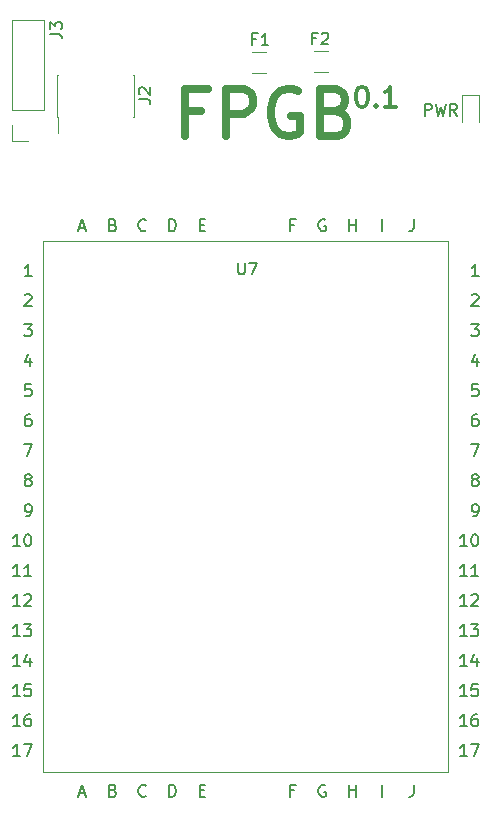
<source format=gbr>
G04 #@! TF.GenerationSoftware,KiCad,Pcbnew,(5.1.5-rc2)*
G04 #@! TF.CreationDate,2020-01-23T16:56:21-08:00*
G04 #@! TF.ProjectId,fpgb,66706762-2e6b-4696-9361-645f70636258,0.1*
G04 #@! TF.SameCoordinates,Original*
G04 #@! TF.FileFunction,Legend,Top*
G04 #@! TF.FilePolarity,Positive*
%FSLAX46Y46*%
G04 Gerber Fmt 4.6, Leading zero omitted, Abs format (unit mm)*
G04 Created by KiCad (PCBNEW (5.1.5-rc2)) date 2020-01-23 16:56:21*
%MOMM*%
%LPD*%
G04 APERTURE LIST*
%ADD10C,0.300000*%
%ADD11C,0.700000*%
%ADD12C,0.120000*%
%ADD13C,0.150000*%
G04 APERTURE END LIST*
D10*
X128498761Y-49678547D02*
X128660666Y-49678547D01*
X128822571Y-49759500D01*
X128903523Y-49840452D01*
X128984476Y-50002357D01*
X129065428Y-50326166D01*
X129065428Y-50730928D01*
X128984476Y-51054738D01*
X128903523Y-51216642D01*
X128822571Y-51297595D01*
X128660666Y-51378547D01*
X128498761Y-51378547D01*
X128336857Y-51297595D01*
X128255904Y-51216642D01*
X128174952Y-51054738D01*
X128094000Y-50730928D01*
X128094000Y-50326166D01*
X128174952Y-50002357D01*
X128255904Y-49840452D01*
X128336857Y-49759500D01*
X128498761Y-49678547D01*
X129794000Y-51216642D02*
X129874952Y-51297595D01*
X129794000Y-51378547D01*
X129713047Y-51297595D01*
X129794000Y-51216642D01*
X129794000Y-51378547D01*
X131494000Y-51378547D02*
X130522571Y-51378547D01*
X131008285Y-51378547D02*
X131008285Y-49678547D01*
X130846380Y-49921404D01*
X130684476Y-50083309D01*
X130522571Y-50164261D01*
D11*
X114967428Y-51784285D02*
X113634095Y-51784285D01*
X113634095Y-53879523D02*
X113634095Y-49879523D01*
X115538857Y-49879523D01*
X117062666Y-53879523D02*
X117062666Y-49879523D01*
X118586476Y-49879523D01*
X118967428Y-50070000D01*
X119157904Y-50260476D01*
X119348380Y-50641428D01*
X119348380Y-51212857D01*
X119157904Y-51593809D01*
X118967428Y-51784285D01*
X118586476Y-51974761D01*
X117062666Y-51974761D01*
X123157904Y-50070000D02*
X122776952Y-49879523D01*
X122205523Y-49879523D01*
X121634095Y-50070000D01*
X121253142Y-50450952D01*
X121062666Y-50831904D01*
X120872190Y-51593809D01*
X120872190Y-52165238D01*
X121062666Y-52927142D01*
X121253142Y-53308095D01*
X121634095Y-53689047D01*
X122205523Y-53879523D01*
X122586476Y-53879523D01*
X123157904Y-53689047D01*
X123348380Y-53498571D01*
X123348380Y-52165238D01*
X122586476Y-52165238D01*
X126396000Y-51784285D02*
X126967428Y-51974761D01*
X127157904Y-52165238D01*
X127348380Y-52546190D01*
X127348380Y-53117619D01*
X127157904Y-53498571D01*
X126967428Y-53689047D01*
X126586476Y-53879523D01*
X125062666Y-53879523D01*
X125062666Y-49879523D01*
X126396000Y-49879523D01*
X126776952Y-50070000D01*
X126967428Y-50260476D01*
X127157904Y-50641428D01*
X127157904Y-51022380D01*
X126967428Y-51403333D01*
X126776952Y-51593809D01*
X126396000Y-51784285D01*
X125062666Y-51784285D01*
D12*
X101600000Y-107746337D02*
X101600000Y-62738000D01*
X135890000Y-107746337D02*
X101600000Y-107746337D01*
X135890000Y-62738000D02*
X135890000Y-107746337D01*
X101600000Y-62738000D02*
X135890000Y-62738000D01*
X109215000Y-48717500D02*
X109280000Y-48717500D01*
X109215000Y-52247500D02*
X109280000Y-52247500D01*
X102810000Y-48717500D02*
X102875000Y-48717500D01*
X102810000Y-52247500D02*
X102875000Y-52247500D01*
X102875000Y-53572500D02*
X102875000Y-52247500D01*
X109280000Y-52247500D02*
X109280000Y-48717500D01*
X102810000Y-52247500D02*
X102810000Y-48717500D01*
X124492936Y-48471500D02*
X125697064Y-48471500D01*
X124492936Y-46651500D02*
X125697064Y-46651500D01*
X119285936Y-48535000D02*
X120490064Y-48535000D01*
X119285936Y-46715000D02*
X120490064Y-46715000D01*
X100330000Y-54289000D02*
X99000000Y-54289000D01*
X99000000Y-54289000D02*
X99000000Y-52959000D01*
X99000000Y-51689000D02*
X99000000Y-44009000D01*
X101660000Y-44009000D02*
X99000000Y-44009000D01*
X101660000Y-51689000D02*
X101660000Y-44009000D01*
X101660000Y-51689000D02*
X99000000Y-51689000D01*
X137060000Y-50394500D02*
X137060000Y-52679500D01*
X138530000Y-50394500D02*
X137060000Y-50394500D01*
X138530000Y-52679500D02*
X138530000Y-50394500D01*
D13*
X118105015Y-64588140D02*
X118105015Y-65397664D01*
X118152634Y-65492902D01*
X118200253Y-65540521D01*
X118295491Y-65588140D01*
X118485967Y-65588140D01*
X118581205Y-65540521D01*
X118628824Y-65492902D01*
X118676443Y-65397664D01*
X118676443Y-64588140D01*
X119057396Y-64588140D02*
X119724062Y-64588140D01*
X119295491Y-65588140D01*
X99631523Y-91130380D02*
X99060095Y-91130380D01*
X99345809Y-91130380D02*
X99345809Y-90130380D01*
X99250571Y-90273238D01*
X99155333Y-90368476D01*
X99060095Y-90416095D01*
X100583904Y-91130380D02*
X100012476Y-91130380D01*
X100298190Y-91130380D02*
X100298190Y-90130380D01*
X100202952Y-90273238D01*
X100107714Y-90368476D01*
X100012476Y-90416095D01*
X99631523Y-88590380D02*
X99060095Y-88590380D01*
X99345809Y-88590380D02*
X99345809Y-87590380D01*
X99250571Y-87733238D01*
X99155333Y-87828476D01*
X99060095Y-87876095D01*
X100250571Y-87590380D02*
X100345809Y-87590380D01*
X100441047Y-87638000D01*
X100488666Y-87685619D01*
X100536285Y-87780857D01*
X100583904Y-87971333D01*
X100583904Y-88209428D01*
X100536285Y-88399904D01*
X100488666Y-88495142D01*
X100441047Y-88542761D01*
X100345809Y-88590380D01*
X100250571Y-88590380D01*
X100155333Y-88542761D01*
X100107714Y-88495142D01*
X100060095Y-88399904D01*
X100012476Y-88209428D01*
X100012476Y-87971333D01*
X100060095Y-87780857D01*
X100107714Y-87685619D01*
X100155333Y-87638000D01*
X100250571Y-87590380D01*
X100139523Y-86050380D02*
X100330000Y-86050380D01*
X100425238Y-86002761D01*
X100472857Y-85955142D01*
X100568095Y-85812285D01*
X100615714Y-85621809D01*
X100615714Y-85240857D01*
X100568095Y-85145619D01*
X100520476Y-85098000D01*
X100425238Y-85050380D01*
X100234761Y-85050380D01*
X100139523Y-85098000D01*
X100091904Y-85145619D01*
X100044285Y-85240857D01*
X100044285Y-85478952D01*
X100091904Y-85574190D01*
X100139523Y-85621809D01*
X100234761Y-85669428D01*
X100425238Y-85669428D01*
X100520476Y-85621809D01*
X100568095Y-85574190D01*
X100615714Y-85478952D01*
X100234761Y-82938952D02*
X100139523Y-82891333D01*
X100091904Y-82843714D01*
X100044285Y-82748476D01*
X100044285Y-82700857D01*
X100091904Y-82605619D01*
X100139523Y-82558000D01*
X100234761Y-82510380D01*
X100425238Y-82510380D01*
X100520476Y-82558000D01*
X100568095Y-82605619D01*
X100615714Y-82700857D01*
X100615714Y-82748476D01*
X100568095Y-82843714D01*
X100520476Y-82891333D01*
X100425238Y-82938952D01*
X100234761Y-82938952D01*
X100139523Y-82986571D01*
X100091904Y-83034190D01*
X100044285Y-83129428D01*
X100044285Y-83319904D01*
X100091904Y-83415142D01*
X100139523Y-83462761D01*
X100234761Y-83510380D01*
X100425238Y-83510380D01*
X100520476Y-83462761D01*
X100568095Y-83415142D01*
X100615714Y-83319904D01*
X100615714Y-83129428D01*
X100568095Y-83034190D01*
X100520476Y-82986571D01*
X100425238Y-82938952D01*
X99996666Y-79970380D02*
X100663333Y-79970380D01*
X100234761Y-80970380D01*
X100520476Y-77430380D02*
X100330000Y-77430380D01*
X100234761Y-77478000D01*
X100187142Y-77525619D01*
X100091904Y-77668476D01*
X100044285Y-77858952D01*
X100044285Y-78239904D01*
X100091904Y-78335142D01*
X100139523Y-78382761D01*
X100234761Y-78430380D01*
X100425238Y-78430380D01*
X100520476Y-78382761D01*
X100568095Y-78335142D01*
X100615714Y-78239904D01*
X100615714Y-78001809D01*
X100568095Y-77906571D01*
X100520476Y-77858952D01*
X100425238Y-77811333D01*
X100234761Y-77811333D01*
X100139523Y-77858952D01*
X100091904Y-77906571D01*
X100044285Y-78001809D01*
X100568095Y-74890380D02*
X100091904Y-74890380D01*
X100044285Y-75366571D01*
X100091904Y-75318952D01*
X100187142Y-75271333D01*
X100425238Y-75271333D01*
X100520476Y-75318952D01*
X100568095Y-75366571D01*
X100615714Y-75461809D01*
X100615714Y-75699904D01*
X100568095Y-75795142D01*
X100520476Y-75842761D01*
X100425238Y-75890380D01*
X100187142Y-75890380D01*
X100091904Y-75842761D01*
X100044285Y-75795142D01*
X99631523Y-93670380D02*
X99060095Y-93670380D01*
X99345809Y-93670380D02*
X99345809Y-92670380D01*
X99250571Y-92813238D01*
X99155333Y-92908476D01*
X99060095Y-92956095D01*
X100012476Y-92765619D02*
X100060095Y-92718000D01*
X100155333Y-92670380D01*
X100393428Y-92670380D01*
X100488666Y-92718000D01*
X100536285Y-92765619D01*
X100583904Y-92860857D01*
X100583904Y-92956095D01*
X100536285Y-93098952D01*
X99964857Y-93670380D01*
X100583904Y-93670380D01*
X99631523Y-96210380D02*
X99060095Y-96210380D01*
X99345809Y-96210380D02*
X99345809Y-95210380D01*
X99250571Y-95353238D01*
X99155333Y-95448476D01*
X99060095Y-95496095D01*
X99964857Y-95210380D02*
X100583904Y-95210380D01*
X100250571Y-95591333D01*
X100393428Y-95591333D01*
X100488666Y-95638952D01*
X100536285Y-95686571D01*
X100583904Y-95781809D01*
X100583904Y-96019904D01*
X100536285Y-96115142D01*
X100488666Y-96162761D01*
X100393428Y-96210380D01*
X100107714Y-96210380D01*
X100012476Y-96162761D01*
X99964857Y-96115142D01*
X99631523Y-98750380D02*
X99060095Y-98750380D01*
X99345809Y-98750380D02*
X99345809Y-97750380D01*
X99250571Y-97893238D01*
X99155333Y-97988476D01*
X99060095Y-98036095D01*
X100488666Y-98083714D02*
X100488666Y-98750380D01*
X100250571Y-97702761D02*
X100012476Y-98417047D01*
X100631523Y-98417047D01*
X99631523Y-101290380D02*
X99060095Y-101290380D01*
X99345809Y-101290380D02*
X99345809Y-100290380D01*
X99250571Y-100433238D01*
X99155333Y-100528476D01*
X99060095Y-100576095D01*
X100536285Y-100290380D02*
X100060095Y-100290380D01*
X100012476Y-100766571D01*
X100060095Y-100718952D01*
X100155333Y-100671333D01*
X100393428Y-100671333D01*
X100488666Y-100718952D01*
X100536285Y-100766571D01*
X100583904Y-100861809D01*
X100583904Y-101099904D01*
X100536285Y-101195142D01*
X100488666Y-101242761D01*
X100393428Y-101290380D01*
X100155333Y-101290380D01*
X100060095Y-101242761D01*
X100012476Y-101195142D01*
X99631523Y-103830380D02*
X99060095Y-103830380D01*
X99345809Y-103830380D02*
X99345809Y-102830380D01*
X99250571Y-102973238D01*
X99155333Y-103068476D01*
X99060095Y-103116095D01*
X100488666Y-102830380D02*
X100298190Y-102830380D01*
X100202952Y-102878000D01*
X100155333Y-102925619D01*
X100060095Y-103068476D01*
X100012476Y-103258952D01*
X100012476Y-103639904D01*
X100060095Y-103735142D01*
X100107714Y-103782761D01*
X100202952Y-103830380D01*
X100393428Y-103830380D01*
X100488666Y-103782761D01*
X100536285Y-103735142D01*
X100583904Y-103639904D01*
X100583904Y-103401809D01*
X100536285Y-103306571D01*
X100488666Y-103258952D01*
X100393428Y-103211333D01*
X100202952Y-103211333D01*
X100107714Y-103258952D01*
X100060095Y-103306571D01*
X100012476Y-103401809D01*
X100520476Y-72683714D02*
X100520476Y-73350380D01*
X100282380Y-72302761D02*
X100044285Y-73017047D01*
X100663333Y-73017047D01*
X99996666Y-69810380D02*
X100615714Y-69810380D01*
X100282380Y-70191333D01*
X100425238Y-70191333D01*
X100520476Y-70238952D01*
X100568095Y-70286571D01*
X100615714Y-70381809D01*
X100615714Y-70619904D01*
X100568095Y-70715142D01*
X100520476Y-70762761D01*
X100425238Y-70810380D01*
X100139523Y-70810380D01*
X100044285Y-70762761D01*
X99996666Y-70715142D01*
X100044285Y-67365619D02*
X100091904Y-67318000D01*
X100187142Y-67270380D01*
X100425238Y-67270380D01*
X100520476Y-67318000D01*
X100568095Y-67365619D01*
X100615714Y-67460857D01*
X100615714Y-67556095D01*
X100568095Y-67698952D01*
X99996666Y-68270380D01*
X100615714Y-68270380D01*
X122824857Y-61396571D02*
X122491523Y-61396571D01*
X122491523Y-61920380D02*
X122491523Y-60920380D01*
X122967714Y-60920380D01*
X125483904Y-60968000D02*
X125388666Y-60920380D01*
X125245809Y-60920380D01*
X125102952Y-60968000D01*
X125007714Y-61063238D01*
X124960095Y-61158476D01*
X124912476Y-61348952D01*
X124912476Y-61491809D01*
X124960095Y-61682285D01*
X125007714Y-61777523D01*
X125102952Y-61872761D01*
X125245809Y-61920380D01*
X125341047Y-61920380D01*
X125483904Y-61872761D01*
X125531523Y-61825142D01*
X125531523Y-61491809D01*
X125341047Y-61491809D01*
X127476285Y-61920380D02*
X127476285Y-60920380D01*
X127476285Y-61396571D02*
X128047714Y-61396571D01*
X128047714Y-61920380D02*
X128047714Y-60920380D01*
X130302000Y-61920380D02*
X130302000Y-60920380D01*
X114847714Y-61396571D02*
X115181047Y-61396571D01*
X115323904Y-61920380D02*
X114847714Y-61920380D01*
X114847714Y-60920380D01*
X115323904Y-60920380D01*
X112260095Y-61920380D02*
X112260095Y-60920380D01*
X112498190Y-60920380D01*
X112641047Y-60968000D01*
X112736285Y-61063238D01*
X112783904Y-61158476D01*
X112831523Y-61348952D01*
X112831523Y-61491809D01*
X112783904Y-61682285D01*
X112736285Y-61777523D01*
X112641047Y-61872761D01*
X112498190Y-61920380D01*
X112260095Y-61920380D01*
X110291523Y-61825142D02*
X110243904Y-61872761D01*
X110101047Y-61920380D01*
X110005809Y-61920380D01*
X109862952Y-61872761D01*
X109767714Y-61777523D01*
X109720095Y-61682285D01*
X109672476Y-61491809D01*
X109672476Y-61348952D01*
X109720095Y-61158476D01*
X109767714Y-61063238D01*
X109862952Y-60968000D01*
X110005809Y-60920380D01*
X110101047Y-60920380D01*
X110243904Y-60968000D01*
X110291523Y-61015619D01*
X107513428Y-61396571D02*
X107656285Y-61444190D01*
X107703904Y-61491809D01*
X107751523Y-61587047D01*
X107751523Y-61729904D01*
X107703904Y-61825142D01*
X107656285Y-61872761D01*
X107561047Y-61920380D01*
X107180095Y-61920380D01*
X107180095Y-60920380D01*
X107513428Y-60920380D01*
X107608666Y-60968000D01*
X107656285Y-61015619D01*
X107703904Y-61110857D01*
X107703904Y-61206095D01*
X107656285Y-61301333D01*
X107608666Y-61348952D01*
X107513428Y-61396571D01*
X107180095Y-61396571D01*
X132984857Y-60920380D02*
X132984857Y-61634666D01*
X132937238Y-61777523D01*
X132842000Y-61872761D01*
X132699142Y-61920380D01*
X132603904Y-61920380D01*
X104663904Y-61634666D02*
X105140095Y-61634666D01*
X104568666Y-61920380D02*
X104902000Y-60920380D01*
X105235333Y-61920380D01*
X99631523Y-106370380D02*
X99060095Y-106370380D01*
X99345809Y-106370380D02*
X99345809Y-105370380D01*
X99250571Y-105513238D01*
X99155333Y-105608476D01*
X99060095Y-105656095D01*
X99964857Y-105370380D02*
X100631523Y-105370380D01*
X100202952Y-106370380D01*
X100615714Y-65730380D02*
X100044285Y-65730380D01*
X100330000Y-65730380D02*
X100330000Y-64730380D01*
X100234761Y-64873238D01*
X100139523Y-64968476D01*
X100044285Y-65016095D01*
X138461714Y-65730380D02*
X137890285Y-65730380D01*
X138176000Y-65730380D02*
X138176000Y-64730380D01*
X138080761Y-64873238D01*
X137985523Y-64968476D01*
X137890285Y-65016095D01*
X137477523Y-106370380D02*
X136906095Y-106370380D01*
X137191809Y-106370380D02*
X137191809Y-105370380D01*
X137096571Y-105513238D01*
X137001333Y-105608476D01*
X136906095Y-105656095D01*
X137810857Y-105370380D02*
X138477523Y-105370380D01*
X138048952Y-106370380D01*
X137890285Y-67365619D02*
X137937904Y-67318000D01*
X138033142Y-67270380D01*
X138271238Y-67270380D01*
X138366476Y-67318000D01*
X138414095Y-67365619D01*
X138461714Y-67460857D01*
X138461714Y-67556095D01*
X138414095Y-67698952D01*
X137842666Y-68270380D01*
X138461714Y-68270380D01*
X137842666Y-69810380D02*
X138461714Y-69810380D01*
X138128380Y-70191333D01*
X138271238Y-70191333D01*
X138366476Y-70238952D01*
X138414095Y-70286571D01*
X138461714Y-70381809D01*
X138461714Y-70619904D01*
X138414095Y-70715142D01*
X138366476Y-70762761D01*
X138271238Y-70810380D01*
X137985523Y-70810380D01*
X137890285Y-70762761D01*
X137842666Y-70715142D01*
X138366476Y-72683714D02*
X138366476Y-73350380D01*
X138128380Y-72302761D02*
X137890285Y-73017047D01*
X138509333Y-73017047D01*
X137477523Y-103830380D02*
X136906095Y-103830380D01*
X137191809Y-103830380D02*
X137191809Y-102830380D01*
X137096571Y-102973238D01*
X137001333Y-103068476D01*
X136906095Y-103116095D01*
X138334666Y-102830380D02*
X138144190Y-102830380D01*
X138048952Y-102878000D01*
X138001333Y-102925619D01*
X137906095Y-103068476D01*
X137858476Y-103258952D01*
X137858476Y-103639904D01*
X137906095Y-103735142D01*
X137953714Y-103782761D01*
X138048952Y-103830380D01*
X138239428Y-103830380D01*
X138334666Y-103782761D01*
X138382285Y-103735142D01*
X138429904Y-103639904D01*
X138429904Y-103401809D01*
X138382285Y-103306571D01*
X138334666Y-103258952D01*
X138239428Y-103211333D01*
X138048952Y-103211333D01*
X137953714Y-103258952D01*
X137906095Y-103306571D01*
X137858476Y-103401809D01*
X137477523Y-101290380D02*
X136906095Y-101290380D01*
X137191809Y-101290380D02*
X137191809Y-100290380D01*
X137096571Y-100433238D01*
X137001333Y-100528476D01*
X136906095Y-100576095D01*
X138382285Y-100290380D02*
X137906095Y-100290380D01*
X137858476Y-100766571D01*
X137906095Y-100718952D01*
X138001333Y-100671333D01*
X138239428Y-100671333D01*
X138334666Y-100718952D01*
X138382285Y-100766571D01*
X138429904Y-100861809D01*
X138429904Y-101099904D01*
X138382285Y-101195142D01*
X138334666Y-101242761D01*
X138239428Y-101290380D01*
X138001333Y-101290380D01*
X137906095Y-101242761D01*
X137858476Y-101195142D01*
X137477523Y-98750380D02*
X136906095Y-98750380D01*
X137191809Y-98750380D02*
X137191809Y-97750380D01*
X137096571Y-97893238D01*
X137001333Y-97988476D01*
X136906095Y-98036095D01*
X138334666Y-98083714D02*
X138334666Y-98750380D01*
X138096571Y-97702761D02*
X137858476Y-98417047D01*
X138477523Y-98417047D01*
X137477523Y-96210380D02*
X136906095Y-96210380D01*
X137191809Y-96210380D02*
X137191809Y-95210380D01*
X137096571Y-95353238D01*
X137001333Y-95448476D01*
X136906095Y-95496095D01*
X137810857Y-95210380D02*
X138429904Y-95210380D01*
X138096571Y-95591333D01*
X138239428Y-95591333D01*
X138334666Y-95638952D01*
X138382285Y-95686571D01*
X138429904Y-95781809D01*
X138429904Y-96019904D01*
X138382285Y-96115142D01*
X138334666Y-96162761D01*
X138239428Y-96210380D01*
X137953714Y-96210380D01*
X137858476Y-96162761D01*
X137810857Y-96115142D01*
X137477523Y-93670380D02*
X136906095Y-93670380D01*
X137191809Y-93670380D02*
X137191809Y-92670380D01*
X137096571Y-92813238D01*
X137001333Y-92908476D01*
X136906095Y-92956095D01*
X137858476Y-92765619D02*
X137906095Y-92718000D01*
X138001333Y-92670380D01*
X138239428Y-92670380D01*
X138334666Y-92718000D01*
X138382285Y-92765619D01*
X138429904Y-92860857D01*
X138429904Y-92956095D01*
X138382285Y-93098952D01*
X137810857Y-93670380D01*
X138429904Y-93670380D01*
X138414095Y-74890380D02*
X137937904Y-74890380D01*
X137890285Y-75366571D01*
X137937904Y-75318952D01*
X138033142Y-75271333D01*
X138271238Y-75271333D01*
X138366476Y-75318952D01*
X138414095Y-75366571D01*
X138461714Y-75461809D01*
X138461714Y-75699904D01*
X138414095Y-75795142D01*
X138366476Y-75842761D01*
X138271238Y-75890380D01*
X138033142Y-75890380D01*
X137937904Y-75842761D01*
X137890285Y-75795142D01*
X138366476Y-77430380D02*
X138176000Y-77430380D01*
X138080761Y-77478000D01*
X138033142Y-77525619D01*
X137937904Y-77668476D01*
X137890285Y-77858952D01*
X137890285Y-78239904D01*
X137937904Y-78335142D01*
X137985523Y-78382761D01*
X138080761Y-78430380D01*
X138271238Y-78430380D01*
X138366476Y-78382761D01*
X138414095Y-78335142D01*
X138461714Y-78239904D01*
X138461714Y-78001809D01*
X138414095Y-77906571D01*
X138366476Y-77858952D01*
X138271238Y-77811333D01*
X138080761Y-77811333D01*
X137985523Y-77858952D01*
X137937904Y-77906571D01*
X137890285Y-78001809D01*
X137842666Y-79970380D02*
X138509333Y-79970380D01*
X138080761Y-80970380D01*
X138080761Y-82938952D02*
X137985523Y-82891333D01*
X137937904Y-82843714D01*
X137890285Y-82748476D01*
X137890285Y-82700857D01*
X137937904Y-82605619D01*
X137985523Y-82558000D01*
X138080761Y-82510380D01*
X138271238Y-82510380D01*
X138366476Y-82558000D01*
X138414095Y-82605619D01*
X138461714Y-82700857D01*
X138461714Y-82748476D01*
X138414095Y-82843714D01*
X138366476Y-82891333D01*
X138271238Y-82938952D01*
X138080761Y-82938952D01*
X137985523Y-82986571D01*
X137937904Y-83034190D01*
X137890285Y-83129428D01*
X137890285Y-83319904D01*
X137937904Y-83415142D01*
X137985523Y-83462761D01*
X138080761Y-83510380D01*
X138271238Y-83510380D01*
X138366476Y-83462761D01*
X138414095Y-83415142D01*
X138461714Y-83319904D01*
X138461714Y-83129428D01*
X138414095Y-83034190D01*
X138366476Y-82986571D01*
X138271238Y-82938952D01*
X137985523Y-86050380D02*
X138176000Y-86050380D01*
X138271238Y-86002761D01*
X138318857Y-85955142D01*
X138414095Y-85812285D01*
X138461714Y-85621809D01*
X138461714Y-85240857D01*
X138414095Y-85145619D01*
X138366476Y-85098000D01*
X138271238Y-85050380D01*
X138080761Y-85050380D01*
X137985523Y-85098000D01*
X137937904Y-85145619D01*
X137890285Y-85240857D01*
X137890285Y-85478952D01*
X137937904Y-85574190D01*
X137985523Y-85621809D01*
X138080761Y-85669428D01*
X138271238Y-85669428D01*
X138366476Y-85621809D01*
X138414095Y-85574190D01*
X138461714Y-85478952D01*
X137477523Y-88590380D02*
X136906095Y-88590380D01*
X137191809Y-88590380D02*
X137191809Y-87590380D01*
X137096571Y-87733238D01*
X137001333Y-87828476D01*
X136906095Y-87876095D01*
X138096571Y-87590380D02*
X138191809Y-87590380D01*
X138287047Y-87638000D01*
X138334666Y-87685619D01*
X138382285Y-87780857D01*
X138429904Y-87971333D01*
X138429904Y-88209428D01*
X138382285Y-88399904D01*
X138334666Y-88495142D01*
X138287047Y-88542761D01*
X138191809Y-88590380D01*
X138096571Y-88590380D01*
X138001333Y-88542761D01*
X137953714Y-88495142D01*
X137906095Y-88399904D01*
X137858476Y-88209428D01*
X137858476Y-87971333D01*
X137906095Y-87780857D01*
X137953714Y-87685619D01*
X138001333Y-87638000D01*
X138096571Y-87590380D01*
X137477523Y-91130380D02*
X136906095Y-91130380D01*
X137191809Y-91130380D02*
X137191809Y-90130380D01*
X137096571Y-90273238D01*
X137001333Y-90368476D01*
X136906095Y-90416095D01*
X138429904Y-91130380D02*
X137858476Y-91130380D01*
X138144190Y-91130380D02*
X138144190Y-90130380D01*
X138048952Y-90273238D01*
X137953714Y-90368476D01*
X137858476Y-90416095D01*
X104663904Y-109513666D02*
X105140095Y-109513666D01*
X104568666Y-109799380D02*
X104902000Y-108799380D01*
X105235333Y-109799380D01*
X132984857Y-108799380D02*
X132984857Y-109513666D01*
X132937238Y-109656523D01*
X132842000Y-109751761D01*
X132699142Y-109799380D01*
X132603904Y-109799380D01*
X107513428Y-109275571D02*
X107656285Y-109323190D01*
X107703904Y-109370809D01*
X107751523Y-109466047D01*
X107751523Y-109608904D01*
X107703904Y-109704142D01*
X107656285Y-109751761D01*
X107561047Y-109799380D01*
X107180095Y-109799380D01*
X107180095Y-108799380D01*
X107513428Y-108799380D01*
X107608666Y-108847000D01*
X107656285Y-108894619D01*
X107703904Y-108989857D01*
X107703904Y-109085095D01*
X107656285Y-109180333D01*
X107608666Y-109227952D01*
X107513428Y-109275571D01*
X107180095Y-109275571D01*
X110291523Y-109704142D02*
X110243904Y-109751761D01*
X110101047Y-109799380D01*
X110005809Y-109799380D01*
X109862952Y-109751761D01*
X109767714Y-109656523D01*
X109720095Y-109561285D01*
X109672476Y-109370809D01*
X109672476Y-109227952D01*
X109720095Y-109037476D01*
X109767714Y-108942238D01*
X109862952Y-108847000D01*
X110005809Y-108799380D01*
X110101047Y-108799380D01*
X110243904Y-108847000D01*
X110291523Y-108894619D01*
X112260095Y-109799380D02*
X112260095Y-108799380D01*
X112498190Y-108799380D01*
X112641047Y-108847000D01*
X112736285Y-108942238D01*
X112783904Y-109037476D01*
X112831523Y-109227952D01*
X112831523Y-109370809D01*
X112783904Y-109561285D01*
X112736285Y-109656523D01*
X112641047Y-109751761D01*
X112498190Y-109799380D01*
X112260095Y-109799380D01*
X114847714Y-109275571D02*
X115181047Y-109275571D01*
X115323904Y-109799380D02*
X114847714Y-109799380D01*
X114847714Y-108799380D01*
X115323904Y-108799380D01*
X130302000Y-109799380D02*
X130302000Y-108799380D01*
X127476285Y-109799380D02*
X127476285Y-108799380D01*
X127476285Y-109275571D02*
X128047714Y-109275571D01*
X128047714Y-109799380D02*
X128047714Y-108799380D01*
X125483904Y-108847000D02*
X125388666Y-108799380D01*
X125245809Y-108799380D01*
X125102952Y-108847000D01*
X125007714Y-108942238D01*
X124960095Y-109037476D01*
X124912476Y-109227952D01*
X124912476Y-109370809D01*
X124960095Y-109561285D01*
X125007714Y-109656523D01*
X125102952Y-109751761D01*
X125245809Y-109799380D01*
X125341047Y-109799380D01*
X125483904Y-109751761D01*
X125531523Y-109704142D01*
X125531523Y-109370809D01*
X125341047Y-109370809D01*
X122824857Y-109275571D02*
X122491523Y-109275571D01*
X122491523Y-109799380D02*
X122491523Y-108799380D01*
X122967714Y-108799380D01*
X109688380Y-50752333D02*
X110402666Y-50752333D01*
X110545523Y-50799952D01*
X110640761Y-50895190D01*
X110688380Y-51038047D01*
X110688380Y-51133285D01*
X109783619Y-50323761D02*
X109736000Y-50276142D01*
X109688380Y-50180904D01*
X109688380Y-49942809D01*
X109736000Y-49847571D01*
X109783619Y-49799952D01*
X109878857Y-49752333D01*
X109974095Y-49752333D01*
X110116952Y-49799952D01*
X110688380Y-50371380D01*
X110688380Y-49752333D01*
X124698166Y-45585071D02*
X124364833Y-45585071D01*
X124364833Y-46108880D02*
X124364833Y-45108880D01*
X124841023Y-45108880D01*
X125174357Y-45204119D02*
X125221976Y-45156500D01*
X125317214Y-45108880D01*
X125555309Y-45108880D01*
X125650547Y-45156500D01*
X125698166Y-45204119D01*
X125745785Y-45299357D01*
X125745785Y-45394595D01*
X125698166Y-45537452D01*
X125126738Y-46108880D01*
X125745785Y-46108880D01*
X119618166Y-45648571D02*
X119284833Y-45648571D01*
X119284833Y-46172380D02*
X119284833Y-45172380D01*
X119761023Y-45172380D01*
X120665785Y-46172380D02*
X120094357Y-46172380D01*
X120380071Y-46172380D02*
X120380071Y-45172380D01*
X120284833Y-45315238D01*
X120189595Y-45410476D01*
X120094357Y-45458095D01*
X102195380Y-45227833D02*
X102909666Y-45227833D01*
X103052523Y-45275452D01*
X103147761Y-45370690D01*
X103195380Y-45513547D01*
X103195380Y-45608785D01*
X102195380Y-44846880D02*
X102195380Y-44227833D01*
X102576333Y-44561166D01*
X102576333Y-44418309D01*
X102623952Y-44323071D01*
X102671571Y-44275452D01*
X102766809Y-44227833D01*
X103004904Y-44227833D01*
X103100142Y-44275452D01*
X103147761Y-44323071D01*
X103195380Y-44418309D01*
X103195380Y-44704023D01*
X103147761Y-44799261D01*
X103100142Y-44846880D01*
X133921666Y-52141380D02*
X133921666Y-51141380D01*
X134302619Y-51141380D01*
X134397857Y-51189000D01*
X134445476Y-51236619D01*
X134493095Y-51331857D01*
X134493095Y-51474714D01*
X134445476Y-51569952D01*
X134397857Y-51617571D01*
X134302619Y-51665190D01*
X133921666Y-51665190D01*
X134826428Y-51141380D02*
X135064523Y-52141380D01*
X135255000Y-51427095D01*
X135445476Y-52141380D01*
X135683571Y-51141380D01*
X136635952Y-52141380D02*
X136302619Y-51665190D01*
X136064523Y-52141380D02*
X136064523Y-51141380D01*
X136445476Y-51141380D01*
X136540714Y-51189000D01*
X136588333Y-51236619D01*
X136635952Y-51331857D01*
X136635952Y-51474714D01*
X136588333Y-51569952D01*
X136540714Y-51617571D01*
X136445476Y-51665190D01*
X136064523Y-51665190D01*
M02*

</source>
